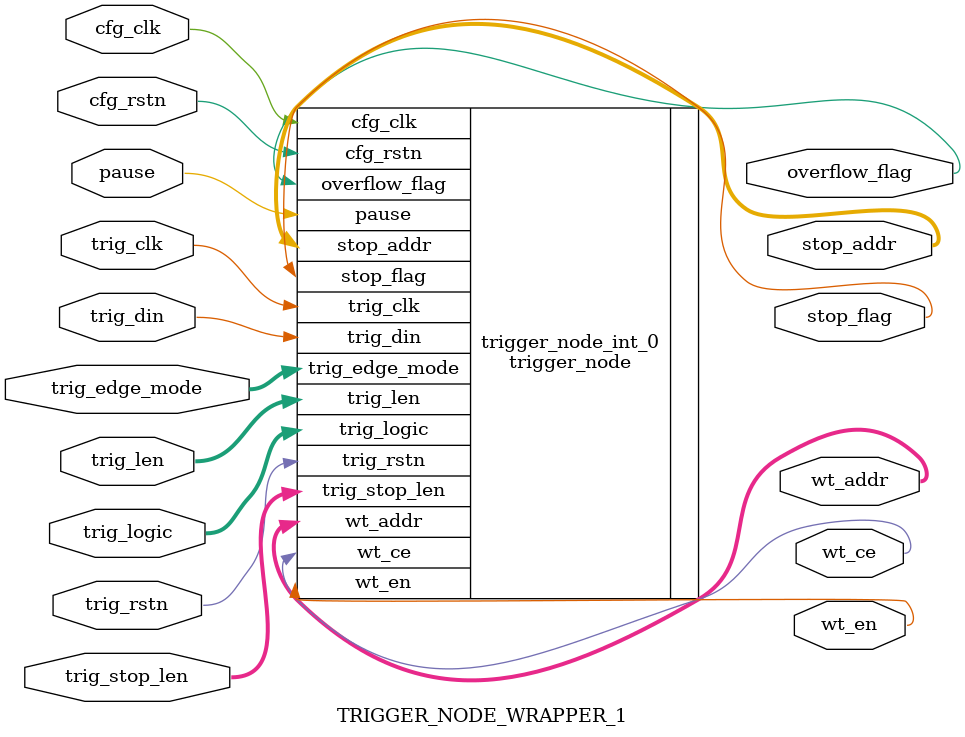
<source format=v>

module CFG_INT_WRAPPER(jtdi, jtck, jrstn, jrti, jscan, jshift, jupdate, jtdo, status, control);
	localparam DEFAULT_CTRL_LEN = 25;
	localparam DEFAULT_STAT_LEN = 18;
	localparam DEFAULT_TRIG_NUM = 1;
	input jtdi;
	input jtck;
	input jrstn;
	input jshift;
	input jupdate;
	input [1:0] jrti;
	input [1:0] jscan;
	input [DEFAULT_STAT_LEN-1:0] status;
	output [1:0] jtdo;
	output [DEFAULT_CTRL_LEN-1:0] control;

	cfg_int #(.INT_CTRL_REG_LEN(DEFAULT_CTRL_LEN), .INT_STAT_REG_LEN(DEFAULT_STAT_LEN), .INT_TRIG_NUM(DEFAULT_TRIG_NUM))
	 wrapper_cfg_inst(
		.jtdi(jtdi),
		.jtck(jtck),
		.jrstn(jrstn),
		.jrti(jrti),
		.jscan(jscan),
		.jshift(jshift),
		.jupdate(jupdate),
		.status(status),
		.jtdo(jtdo),
		.control(control)
	);
endmodule


module TRIGGER_NODE_WRAPPER_1(trig_clk, trig_rstn, pause, trig_logic, trig_din, trig_edge_mode, trig_len, trig_stop_len, cfg_clk, cfg_rstn, overflow_flag, stop_flag, stop_addr,  wt_ce, wt_en, wt_addr);
	localparam DEFAULT_DET_NUM = 1;
	localparam DEFAULT_STOP_LEN = 341;
	input [DEFAULT_DET_NUM-1:0] trig_din;
	input trig_clk;
	input trig_rstn;
	input pause;
	input [1:0] trig_logic;
	input [DEFAULT_DET_NUM*3-1:0] trig_edge_mode;
	input [15:0] trig_len;
	input [1:0] trig_stop_len;
	input cfg_clk;
	input cfg_rstn;
	output overflow_flag;
	output stop_flag;
	output [15:0] stop_addr;
	output [15:0] wt_addr;
	output wt_en;
	output wt_ce;

	trigger_node #(.DET_NUM(DEFAULT_DET_NUM), .STOP_LEN(DEFAULT_STOP_LEN))
	 trigger_node_int_0(
		.trig_din(trig_din),
		.trig_clk(trig_clk),
		.trig_rstn(trig_rstn),
		.pause(pause),
		.trig_logic(trig_logic),
		.trig_edge_mode(trig_edge_mode),
		.trig_len(trig_len),
		.trig_stop_len(trig_stop_len),
		.cfg_clk(cfg_clk),
		.cfg_rstn(cfg_rstn),
		.overflow_flag(overflow_flag),
		.stop_flag(stop_flag),
		.stop_addr(stop_addr),
		.wt_addr(wt_addr),
		.wt_en(wt_en),
		.wt_ce(wt_ce)
	);
endmodule



</source>
